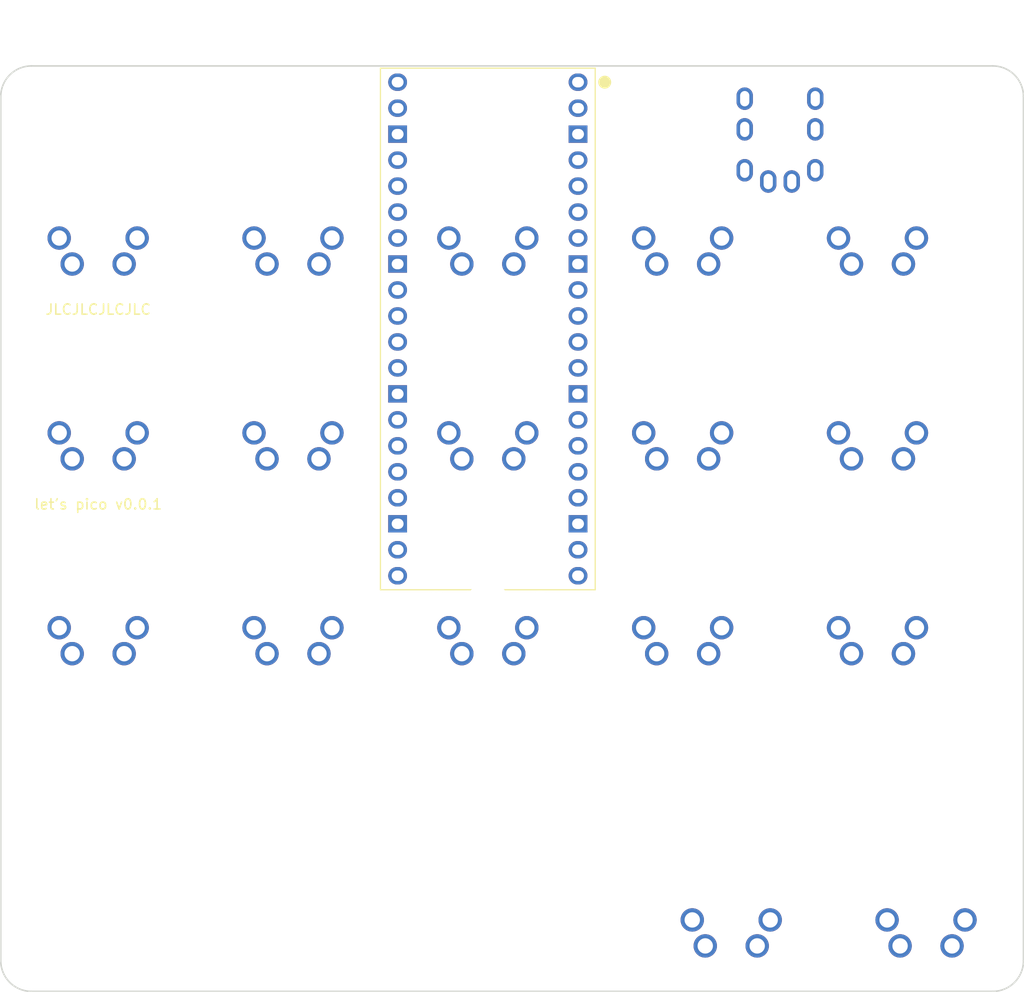
<source format=kicad_pcb>

            
(kicad_pcb (version 20171130) (host pcbnew 5.1.6)

  (page A3)
  (title_block
    (title lets_pico_mx)
    (rev v1.0.0)
    (company Unknown)
  )

  (general
    (thickness 1.6)
  )

  (layers
    (0 F.Cu signal)
    (31 B.Cu signal)
    (32 B.Adhes user)
    (33 F.Adhes user)
    (34 B.Paste user)
    (35 F.Paste user)
    (36 B.SilkS user)
    (37 F.SilkS user)
    (38 B.Mask user)
    (39 F.Mask user)
    (40 Dwgs.User user)
    (41 Cmts.User user)
    (42 Eco1.User user)
    (43 Eco2.User user)
    (44 Edge.Cuts user)
    (45 Margin user)
    (46 B.CrtYd user)
    (47 F.CrtYd user)
    (48 B.Fab user)
    (49 F.Fab user)
  )

  (setup
    (last_trace_width 0.25)
    (trace_clearance 0.2)
    (zone_clearance 0.508)
    (zone_45_only no)
    (trace_min 0.2)
    (via_size 0.8)
    (via_drill 0.4)
    (via_min_size 0.4)
    (via_min_drill 0.3)
    (uvia_size 0.3)
    (uvia_drill 0.1)
    (uvias_allowed no)
    (uvia_min_size 0.2)
    (uvia_min_drill 0.1)
    (edge_width 0.05)
    (segment_width 0.2)
    (pcb_text_width 0.3)
    (pcb_text_size 1.5 1.5)
    (mod_edge_width 0.12)
    (mod_text_size 1 1)
    (mod_text_width 0.15)
    (pad_size 1.524 1.524)
    (pad_drill 0.762)
    (pad_to_mask_clearance 0.05)
    (aux_axis_origin 0 0)
    (visible_elements FFFFFF7F)
    (pcbplotparams
      (layerselection 0x010fc_ffffffff)
      (usegerberextensions false)
      (usegerberattributes true)
      (usegerberadvancedattributes true)
      (creategerberjobfile true)
      (excludeedgelayer true)
      (linewidth 0.100000)
      (plotframeref false)
      (viasonmask false)
      (mode 1)
      (useauxorigin false)
      (hpglpennumber 1)
      (hpglpenspeed 20)
      (hpglpendiameter 15.000000)
      (psnegative false)
      (psa4output false)
      (plotreference true)
      (plotvalue true)
      (plotinvisibletext false)
      (padsonsilk false)
      (subtractmaskfromsilk false)
      (outputformat 1)
      (mirror false)
      (drillshape 1)
      (scaleselection 1)
      (outputdirectory ""))
  )

            (net 0 "")
(net 1 "matrix_pinky_bottom")
(net 2 "GND")
(net 3 "matrix_pinky_home")
(net 4 "matrix_pinky_top")
(net 5 "matrix_ring_bottom")
(net 6 "matrix_ring_home")
(net 7 "matrix_ring_top")
(net 8 "matrix_middle_bottom")
(net 9 "matrix_middle_home")
(net 10 "matrix_middle_top")
(net 11 "matrix_index_bottom")
(net 12 "matrix_index_home")
(net 13 "matrix_index_top")
(net 14 "matrix_inner_bottom")
(net 15 "matrix_inner_home")
(net 16 "matrix_inner_top")
(net 17 "thumbfan_near_home")
(net 18 "thumbfan_far_home")
(net 19 "GP0")
(net 20 "GP1")
(net 21 "GP2")
(net 22 "GP3")
(net 23 "GP4")
(net 24 "GP5")
(net 25 "GP6")
(net 26 "GP7")
(net 27 "GP8")
(net 28 "GP9")
(net 29 "GP10")
(net 30 "GP11")
(net 31 "GP12")
(net 32 "GP13")
(net 33 "GP14")
(net 34 "GP15")
(net 35 "GP16")
(net 36 "GP17")
(net 37 "GP18")
(net 38 "GP19")
(net 39 "GP20")
(net 40 "GP21")
(net 41 "GP22")
(net 42 "RUN")
(net 43 "GP26")
(net 44 "GP27")
(net 45 "AGND")
(net 46 "GP28")
(net 47 "ADC_VREF")
(net 48 "3V3")
(net 49 "3V3_EN")
(net 50 "VSYS")
(net 51 "VBUS")
            
  (net_class Default "This is the default net class."
    (clearance 0.2)
    (trace_width 0.25)
    (via_dia 0.8)
    (via_drill 0.4)
    (uvia_dia 0.3)
    (uvia_drill 0.1)
    (add_net "")
(add_net "matrix_pinky_bottom")
(add_net "GND")
(add_net "matrix_pinky_home")
(add_net "matrix_pinky_top")
(add_net "matrix_ring_bottom")
(add_net "matrix_ring_home")
(add_net "matrix_ring_top")
(add_net "matrix_middle_bottom")
(add_net "matrix_middle_home")
(add_net "matrix_middle_top")
(add_net "matrix_index_bottom")
(add_net "matrix_index_home")
(add_net "matrix_index_top")
(add_net "matrix_inner_bottom")
(add_net "matrix_inner_home")
(add_net "matrix_inner_top")
(add_net "thumbfan_near_home")
(add_net "thumbfan_far_home")
(add_net "GP0")
(add_net "GP1")
(add_net "GP2")
(add_net "GP3")
(add_net "GP4")
(add_net "GP5")
(add_net "GP6")
(add_net "GP7")
(add_net "GP8")
(add_net "GP9")
(add_net "GP10")
(add_net "GP11")
(add_net "GP12")
(add_net "GP13")
(add_net "GP14")
(add_net "GP15")
(add_net "GP16")
(add_net "GP17")
(add_net "GP18")
(add_net "GP19")
(add_net "GP20")
(add_net "GP21")
(add_net "GP22")
(add_net "RUN")
(add_net "GP26")
(add_net "GP27")
(add_net "AGND")
(add_net "GP28")
(add_net "ADC_VREF")
(add_net "3V3")
(add_net "3V3_EN")
(add_net "VSYS")
(add_net "VBUS")
  )

            
        
      (module MX (layer F.Cu) (tedit 5DD4F656)
      (at 152.4 152.4 180)

      
      (fp_text reference "S1" (at 0 0) (layer F.SilkS) hide (effects (font (size 1.27 1.27) (thickness 0.15))))
      (fp_text value "" (at 0 0) (layer F.SilkS) hide (effects (font (size 1.27 1.27) (thickness 0.15))))

      
      (fp_line (start -7 -6) (end -7 -7) (layer Dwgs.User) (width 0.15))
      (fp_line (start -7 7) (end -6 7) (layer Dwgs.User) (width 0.15))
      (fp_line (start -6 -7) (end -7 -7) (layer Dwgs.User) (width 0.15))
      (fp_line (start -7 7) (end -7 6) (layer Dwgs.User) (width 0.15))
      (fp_line (start 7 6) (end 7 7) (layer Dwgs.User) (width 0.15))
      (fp_line (start 7 -7) (end 6 -7) (layer Dwgs.User) (width 0.15))
      (fp_line (start 6 7) (end 7 7) (layer Dwgs.User) (width 0.15))
      (fp_line (start 7 -7) (end 7 -6) (layer Dwgs.User) (width 0.15))
    
      
      (pad "" np_thru_hole circle (at 0 0) (size 3.9878 3.9878) (drill 3.9878) (layers *.Cu *.Mask))

      
      (pad "" np_thru_hole circle (at 5.08 0) (size 1.7018 1.7018) (drill 1.7018) (layers *.Cu *.Mask))
      (pad "" np_thru_hole circle (at -5.08 0) (size 1.7018 1.7018) (drill 1.7018) (layers *.Cu *.Mask))
      
        
      
      (fp_line (start -9.5 -9.5) (end 9.5 -9.5) (layer Dwgs.User) (width 0.15))
      (fp_line (start 9.5 -9.5) (end 9.5 9.5) (layer Dwgs.User) (width 0.15))
      (fp_line (start 9.5 9.5) (end -9.5 9.5) (layer Dwgs.User) (width 0.15))
      (fp_line (start -9.5 9.5) (end -9.5 -9.5) (layer Dwgs.User) (width 0.15))
      
        
            
            (pad 1 thru_hole circle (at 2.54 -5.08) (size 2.286 2.286) (drill 1.4986) (layers *.Cu *.Mask) (net 1 "matrix_pinky_bottom"))
            (pad 2 thru_hole circle (at -3.81 -2.54) (size 2.286 2.286) (drill 1.4986) (layers *.Cu *.Mask) (net 2 "GND"))
          
        
            
            (pad 1 thru_hole circle (at -2.54 -5.08) (size 2.286 2.286) (drill 1.4986) (layers *.Cu *.Mask) (net 1 "matrix_pinky_bottom"))
            (pad 2 thru_hole circle (at 3.81 -2.54) (size 2.286 2.286) (drill 1.4986) (layers *.Cu *.Mask) (net 2 "GND"))
          )
        

        
      (module MX (layer F.Cu) (tedit 5DD4F656)
      (at 152.4 133.35 180)

      
      (fp_text reference "S2" (at 0 0) (layer F.SilkS) hide (effects (font (size 1.27 1.27) (thickness 0.15))))
      (fp_text value "" (at 0 0) (layer F.SilkS) hide (effects (font (size 1.27 1.27) (thickness 0.15))))

      
      (fp_line (start -7 -6) (end -7 -7) (layer Dwgs.User) (width 0.15))
      (fp_line (start -7 7) (end -6 7) (layer Dwgs.User) (width 0.15))
      (fp_line (start -6 -7) (end -7 -7) (layer Dwgs.User) (width 0.15))
      (fp_line (start -7 7) (end -7 6) (layer Dwgs.User) (width 0.15))
      (fp_line (start 7 6) (end 7 7) (layer Dwgs.User) (width 0.15))
      (fp_line (start 7 -7) (end 6 -7) (layer Dwgs.User) (width 0.15))
      (fp_line (start 6 7) (end 7 7) (layer Dwgs.User) (width 0.15))
      (fp_line (start 7 -7) (end 7 -6) (layer Dwgs.User) (width 0.15))
    
      
      (pad "" np_thru_hole circle (at 0 0) (size 3.9878 3.9878) (drill 3.9878) (layers *.Cu *.Mask))

      
      (pad "" np_thru_hole circle (at 5.08 0) (size 1.7018 1.7018) (drill 1.7018) (layers *.Cu *.Mask))
      (pad "" np_thru_hole circle (at -5.08 0) (size 1.7018 1.7018) (drill 1.7018) (layers *.Cu *.Mask))
      
        
      
      (fp_line (start -9.5 -9.5) (end 9.5 -9.5) (layer Dwgs.User) (width 0.15))
      (fp_line (start 9.5 -9.5) (end 9.5 9.5) (layer Dwgs.User) (width 0.15))
      (fp_line (start 9.5 9.5) (end -9.5 9.5) (layer Dwgs.User) (width 0.15))
      (fp_line (start -9.5 9.5) (end -9.5 -9.5) (layer Dwgs.User) (width 0.15))
      
        
            
            (pad 1 thru_hole circle (at 2.54 -5.08) (size 2.286 2.286) (drill 1.4986) (layers *.Cu *.Mask) (net 3 "matrix_pinky_home"))
            (pad 2 thru_hole circle (at -3.81 -2.54) (size 2.286 2.286) (drill 1.4986) (layers *.Cu *.Mask) (net 2 "GND"))
          
        
            
            (pad 1 thru_hole circle (at -2.54 -5.08) (size 2.286 2.286) (drill 1.4986) (layers *.Cu *.Mask) (net 3 "matrix_pinky_home"))
            (pad 2 thru_hole circle (at 3.81 -2.54) (size 2.286 2.286) (drill 1.4986) (layers *.Cu *.Mask) (net 2 "GND"))
          )
        

        
      (module MX (layer F.Cu) (tedit 5DD4F656)
      (at 152.4 114.3 180)

      
      (fp_text reference "S3" (at 0 0) (layer F.SilkS) hide (effects (font (size 1.27 1.27) (thickness 0.15))))
      (fp_text value "" (at 0 0) (layer F.SilkS) hide (effects (font (size 1.27 1.27) (thickness 0.15))))

      
      (fp_line (start -7 -6) (end -7 -7) (layer Dwgs.User) (width 0.15))
      (fp_line (start -7 7) (end -6 7) (layer Dwgs.User) (width 0.15))
      (fp_line (start -6 -7) (end -7 -7) (layer Dwgs.User) (width 0.15))
      (fp_line (start -7 7) (end -7 6) (layer Dwgs.User) (width 0.15))
      (fp_line (start 7 6) (end 7 7) (layer Dwgs.User) (width 0.15))
      (fp_line (start 7 -7) (end 6 -7) (layer Dwgs.User) (width 0.15))
      (fp_line (start 6 7) (end 7 7) (layer Dwgs.User) (width 0.15))
      (fp_line (start 7 -7) (end 7 -6) (layer Dwgs.User) (width 0.15))
    
      
      (pad "" np_thru_hole circle (at 0 0) (size 3.9878 3.9878) (drill 3.9878) (layers *.Cu *.Mask))

      
      (pad "" np_thru_hole circle (at 5.08 0) (size 1.7018 1.7018) (drill 1.7018) (layers *.Cu *.Mask))
      (pad "" np_thru_hole circle (at -5.08 0) (size 1.7018 1.7018) (drill 1.7018) (layers *.Cu *.Mask))
      
        
      
      (fp_line (start -9.5 -9.5) (end 9.5 -9.5) (layer Dwgs.User) (width 0.15))
      (fp_line (start 9.5 -9.5) (end 9.5 9.5) (layer Dwgs.User) (width 0.15))
      (fp_line (start 9.5 9.5) (end -9.5 9.5) (layer Dwgs.User) (width 0.15))
      (fp_line (start -9.5 9.5) (end -9.5 -9.5) (layer Dwgs.User) (width 0.15))
      
        
            
            (pad 1 thru_hole circle (at 2.54 -5.08) (size 2.286 2.286) (drill 1.4986) (layers *.Cu *.Mask) (net 4 "matrix_pinky_top"))
            (pad 2 thru_hole circle (at -3.81 -2.54) (size 2.286 2.286) (drill 1.4986) (layers *.Cu *.Mask) (net 2 "GND"))
          
        
            
            (pad 1 thru_hole circle (at -2.54 -5.08) (size 2.286 2.286) (drill 1.4986) (layers *.Cu *.Mask) (net 4 "matrix_pinky_top"))
            (pad 2 thru_hole circle (at 3.81 -2.54) (size 2.286 2.286) (drill 1.4986) (layers *.Cu *.Mask) (net 2 "GND"))
          )
        

        
      (module MX (layer F.Cu) (tedit 5DD4F656)
      (at 171.45000000000002 152.4 180)

      
      (fp_text reference "S4" (at 0 0) (layer F.SilkS) hide (effects (font (size 1.27 1.27) (thickness 0.15))))
      (fp_text value "" (at 0 0) (layer F.SilkS) hide (effects (font (size 1.27 1.27) (thickness 0.15))))

      
      (fp_line (start -7 -6) (end -7 -7) (layer Dwgs.User) (width 0.15))
      (fp_line (start -7 7) (end -6 7) (layer Dwgs.User) (width 0.15))
      (fp_line (start -6 -7) (end -7 -7) (layer Dwgs.User) (width 0.15))
      (fp_line (start -7 7) (end -7 6) (layer Dwgs.User) (width 0.15))
      (fp_line (start 7 6) (end 7 7) (layer Dwgs.User) (width 0.15))
      (fp_line (start 7 -7) (end 6 -7) (layer Dwgs.User) (width 0.15))
      (fp_line (start 6 7) (end 7 7) (layer Dwgs.User) (width 0.15))
      (fp_line (start 7 -7) (end 7 -6) (layer Dwgs.User) (width 0.15))
    
      
      (pad "" np_thru_hole circle (at 0 0) (size 3.9878 3.9878) (drill 3.9878) (layers *.Cu *.Mask))

      
      (pad "" np_thru_hole circle (at 5.08 0) (size 1.7018 1.7018) (drill 1.7018) (layers *.Cu *.Mask))
      (pad "" np_thru_hole circle (at -5.08 0) (size 1.7018 1.7018) (drill 1.7018) (layers *.Cu *.Mask))
      
        
      
      (fp_line (start -9.5 -9.5) (end 9.5 -9.5) (layer Dwgs.User) (width 0.15))
      (fp_line (start 9.5 -9.5) (end 9.5 9.5) (layer Dwgs.User) (width 0.15))
      (fp_line (start 9.5 9.5) (end -9.5 9.5) (layer Dwgs.User) (width 0.15))
      (fp_line (start -9.5 9.5) (end -9.5 -9.5) (layer Dwgs.User) (width 0.15))
      
        
            
            (pad 1 thru_hole circle (at 2.54 -5.08) (size 2.286 2.286) (drill 1.4986) (layers *.Cu *.Mask) (net 5 "matrix_ring_bottom"))
            (pad 2 thru_hole circle (at -3.81 -2.54) (size 2.286 2.286) (drill 1.4986) (layers *.Cu *.Mask) (net 2 "GND"))
          
        
            
            (pad 1 thru_hole circle (at -2.54 -5.08) (size 2.286 2.286) (drill 1.4986) (layers *.Cu *.Mask) (net 5 "matrix_ring_bottom"))
            (pad 2 thru_hole circle (at 3.81 -2.54) (size 2.286 2.286) (drill 1.4986) (layers *.Cu *.Mask) (net 2 "GND"))
          )
        

        
      (module MX (layer F.Cu) (tedit 5DD4F656)
      (at 171.45000000000002 133.35 180)

      
      (fp_text reference "S5" (at 0 0) (layer F.SilkS) hide (effects (font (size 1.27 1.27) (thickness 0.15))))
      (fp_text value "" (at 0 0) (layer F.SilkS) hide (effects (font (size 1.27 1.27) (thickness 0.15))))

      
      (fp_line (start -7 -6) (end -7 -7) (layer Dwgs.User) (width 0.15))
      (fp_line (start -7 7) (end -6 7) (layer Dwgs.User) (width 0.15))
      (fp_line (start -6 -7) (end -7 -7) (layer Dwgs.User) (width 0.15))
      (fp_line (start -7 7) (end -7 6) (layer Dwgs.User) (width 0.15))
      (fp_line (start 7 6) (end 7 7) (layer Dwgs.User) (width 0.15))
      (fp_line (start 7 -7) (end 6 -7) (layer Dwgs.User) (width 0.15))
      (fp_line (start 6 7) (end 7 7) (layer Dwgs.User) (width 0.15))
      (fp_line (start 7 -7) (end 7 -6) (layer Dwgs.User) (width 0.15))
    
      
      (pad "" np_thru_hole circle (at 0 0) (size 3.9878 3.9878) (drill 3.9878) (layers *.Cu *.Mask))

      
      (pad "" np_thru_hole circle (at 5.08 0) (size 1.7018 1.7018) (drill 1.7018) (layers *.Cu *.Mask))
      (pad "" np_thru_hole circle (at -5.08 0) (size 1.7018 1.7018) (drill 1.7018) (layers *.Cu *.Mask))
      
        
      
      (fp_line (start -9.5 -9.5) (end 9.5 -9.5) (layer Dwgs.User) (width 0.15))
      (fp_line (start 9.5 -9.5) (end 9.5 9.5) (layer Dwgs.User) (width 0.15))
      (fp_line (start 9.5 9.5) (end -9.5 9.5) (layer Dwgs.User) (width 0.15))
      (fp_line (start -9.5 9.5) (end -9.5 -9.5) (layer Dwgs.User) (width 0.15))
      
        
            
            (pad 1 thru_hole circle (at 2.54 -5.08) (size 2.286 2.286) (drill 1.4986) (layers *.Cu *.Mask) (net 6 "matrix_ring_home"))
            (pad 2 thru_hole circle (at -3.81 -2.54) (size 2.286 2.286) (drill 1.4986) (layers *.Cu *.Mask) (net 2 "GND"))
          
        
            
            (pad 1 thru_hole circle (at -2.54 -5.08) (size 2.286 2.286) (drill 1.4986) (layers *.Cu *.Mask) (net 6 "matrix_ring_home"))
            (pad 2 thru_hole circle (at 3.81 -2.54) (size 2.286 2.286) (drill 1.4986) (layers *.Cu *.Mask) (net 2 "GND"))
          )
        

        
      (module MX (layer F.Cu) (tedit 5DD4F656)
      (at 171.45000000000002 114.3 180)

      
      (fp_text reference "S6" (at 0 0) (layer F.SilkS) hide (effects (font (size 1.27 1.27) (thickness 0.15))))
      (fp_text value "" (at 0 0) (layer F.SilkS) hide (effects (font (size 1.27 1.27) (thickness 0.15))))

      
      (fp_line (start -7 -6) (end -7 -7) (layer Dwgs.User) (width 0.15))
      (fp_line (start -7 7) (end -6 7) (layer Dwgs.User) (width 0.15))
      (fp_line (start -6 -7) (end -7 -7) (layer Dwgs.User) (width 0.15))
      (fp_line (start -7 7) (end -7 6) (layer Dwgs.User) (width 0.15))
      (fp_line (start 7 6) (end 7 7) (layer Dwgs.User) (width 0.15))
      (fp_line (start 7 -7) (end 6 -7) (layer Dwgs.User) (width 0.15))
      (fp_line (start 6 7) (end 7 7) (layer Dwgs.User) (width 0.15))
      (fp_line (start 7 -7) (end 7 -6) (layer Dwgs.User) (width 0.15))
    
      
      (pad "" np_thru_hole circle (at 0 0) (size 3.9878 3.9878) (drill 3.9878) (layers *.Cu *.Mask))

      
      (pad "" np_thru_hole circle (at 5.08 0) (size 1.7018 1.7018) (drill 1.7018) (layers *.Cu *.Mask))
      (pad "" np_thru_hole circle (at -5.08 0) (size 1.7018 1.7018) (drill 1.7018) (layers *.Cu *.Mask))
      
        
      
      (fp_line (start -9.5 -9.5) (end 9.5 -9.5) (layer Dwgs.User) (width 0.15))
      (fp_line (start 9.5 -9.5) (end 9.5 9.5) (layer Dwgs.User) (width 0.15))
      (fp_line (start 9.5 9.5) (end -9.5 9.5) (layer Dwgs.User) (width 0.15))
      (fp_line (start -9.5 9.5) (end -9.5 -9.5) (layer Dwgs.User) (width 0.15))
      
        
            
            (pad 1 thru_hole circle (at 2.54 -5.08) (size 2.286 2.286) (drill 1.4986) (layers *.Cu *.Mask) (net 7 "matrix_ring_top"))
            (pad 2 thru_hole circle (at -3.81 -2.54) (size 2.286 2.286) (drill 1.4986) (layers *.Cu *.Mask) (net 2 "GND"))
          
        
            
            (pad 1 thru_hole circle (at -2.54 -5.08) (size 2.286 2.286) (drill 1.4986) (layers *.Cu *.Mask) (net 7 "matrix_ring_top"))
            (pad 2 thru_hole circle (at 3.81 -2.54) (size 2.286 2.286) (drill 1.4986) (layers *.Cu *.Mask) (net 2 "GND"))
          )
        

        
      (module MX (layer F.Cu) (tedit 5DD4F656)
      (at 190.5 152.4 180)

      
      (fp_text reference "S7" (at 0 0) (layer F.SilkS) hide (effects (font (size 1.27 1.27) (thickness 0.15))))
      (fp_text value "" (at 0 0) (layer F.SilkS) hide (effects (font (size 1.27 1.27) (thickness 0.15))))

      
      (fp_line (start -7 -6) (end -7 -7) (layer Dwgs.User) (width 0.15))
      (fp_line (start -7 7) (end -6 7) (layer Dwgs.User) (width 0.15))
      (fp_line (start -6 -7) (end -7 -7) (layer Dwgs.User) (width 0.15))
      (fp_line (start -7 7) (end -7 6) (layer Dwgs.User) (width 0.15))
      (fp_line (start 7 6) (end 7 7) (layer Dwgs.User) (width 0.15))
      (fp_line (start 7 -7) (end 6 -7) (layer Dwgs.User) (width 0.15))
      (fp_line (start 6 7) (end 7 7) (layer Dwgs.User) (width 0.15))
      (fp_line (start 7 -7) (end 7 -6) (layer Dwgs.User) (width 0.15))
    
      
      (pad "" np_thru_hole circle (at 0 0) (size 3.9878 3.9878) (drill 3.9878) (layers *.Cu *.Mask))

      
      (pad "" np_thru_hole circle (at 5.08 0) (size 1.7018 1.7018) (drill 1.7018) (layers *.Cu *.Mask))
      (pad "" np_thru_hole circle (at -5.08 0) (size 1.7018 1.7018) (drill 1.7018) (layers *.Cu *.Mask))
      
        
      
      (fp_line (start -9.5 -9.5) (end 9.5 -9.5) (layer Dwgs.User) (width 0.15))
      (fp_line (start 9.5 -9.5) (end 9.5 9.5) (layer Dwgs.User) (width 0.15))
      (fp_line (start 9.5 9.5) (end -9.5 9.5) (layer Dwgs.User) (width 0.15))
      (fp_line (start -9.5 9.5) (end -9.5 -9.5) (layer Dwgs.User) (width 0.15))
      
        
            
            (pad 1 thru_hole circle (at 2.54 -5.08) (size 2.286 2.286) (drill 1.4986) (layers *.Cu *.Mask) (net 8 "matrix_middle_bottom"))
            (pad 2 thru_hole circle (at -3.81 -2.54) (size 2.286 2.286) (drill 1.4986) (layers *.Cu *.Mask) (net 2 "GND"))
          
        
            
            (pad 1 thru_hole circle (at -2.54 -5.08) (size 2.286 2.286) (drill 1.4986) (layers *.Cu *.Mask) (net 8 "matrix_middle_bottom"))
            (pad 2 thru_hole circle (at 3.81 -2.54) (size 2.286 2.286) (drill 1.4986) (layers *.Cu *.Mask) (net 2 "GND"))
          )
        

        
      (module MX (layer F.Cu) (tedit 5DD4F656)
      (at 190.5 133.35 180)

      
      (fp_text reference "S8" (at 0 0) (layer F.SilkS) hide (effects (font (size 1.27 1.27) (thickness 0.15))))
      (fp_text value "" (at 0 0) (layer F.SilkS) hide (effects (font (size 1.27 1.27) (thickness 0.15))))

      
      (fp_line (start -7 -6) (end -7 -7) (layer Dwgs.User) (width 0.15))
      (fp_line (start -7 7) (end -6 7) (layer Dwgs.User) (width 0.15))
      (fp_line (start -6 -7) (end -7 -7) (layer Dwgs.User) (width 0.15))
      (fp_line (start -7 7) (end -7 6) (layer Dwgs.User) (width 0.15))
      (fp_line (start 7 6) (end 7 7) (layer Dwgs.User) (width 0.15))
      (fp_line (start 7 -7) (end 6 -7) (layer Dwgs.User) (width 0.15))
      (fp_line (start 6 7) (end 7 7) (layer Dwgs.User) (width 0.15))
      (fp_line (start 7 -7) (end 7 -6) (layer Dwgs.User) (width 0.15))
    
      
      (pad "" np_thru_hole circle (at 0 0) (size 3.9878 3.9878) (drill 3.9878) (layers *.Cu *.Mask))

      
      (pad "" np_thru_hole circle (at 5.08 0) (size 1.7018 1.7018) (drill 1.7018) (layers *.Cu *.Mask))
      (pad "" np_thru_hole circle (at -5.08 0) (size 1.7018 1.7018) (drill 1.7018) (layers *.Cu *.Mask))
      
        
      
      (fp_line (start -9.5 -9.5) (end 9.5 -9.5) (layer Dwgs.User) (width 0.15))
      (fp_line (start 9.5 -9.5) (end 9.5 9.5) (layer Dwgs.User) (width 0.15))
      (fp_line (start 9.5 9.5) (end -9.5 9.5) (layer Dwgs.User) (width 0.15))
      (fp_line (start -9.5 9.5) (end -9.5 -9.5) (layer Dwgs.User) (width 0.15))
      
        
            
            (pad 1 thru_hole circle (at 2.54 -5.08) (size 2.286 2.286) (drill 1.4986) (layers *.Cu *.Mask) (net 9 "matrix_middle_home"))
            (pad 2 thru_hole circle (at -3.81 -2.54) (size 2.286 2.286) (drill 1.4986) (layers *.Cu *.Mask) (net 2 "GND"))
          
        
            
            (pad 1 thru_hole circle (at -2.54 -5.08) (size 2.286 2.286) (drill 1.4986) (layers *.Cu *.Mask) (net 9 "matrix_middle_home"))
            (pad 2 thru_hole circle (at 3.81 -2.54) (size 2.286 2.286) (drill 1.4986) (layers *.Cu *.Mask) (net 2 "GND"))
          )
        

        
      (module MX (layer F.Cu) (tedit 5DD4F656)
      (at 190.5 114.3 180)

      
      (fp_text reference "S9" (at 0 0) (layer F.SilkS) hide (effects (font (size 1.27 1.27) (thickness 0.15))))
      (fp_text value "" (at 0 0) (layer F.SilkS) hide (effects (font (size 1.27 1.27) (thickness 0.15))))

      
      (fp_line (start -7 -6) (end -7 -7) (layer Dwgs.User) (width 0.15))
      (fp_line (start -7 7) (end -6 7) (layer Dwgs.User) (width 0.15))
      (fp_line (start -6 -7) (end -7 -7) (layer Dwgs.User) (width 0.15))
      (fp_line (start -7 7) (end -7 6) (layer Dwgs.User) (width 0.15))
      (fp_line (start 7 6) (end 7 7) (layer Dwgs.User) (width 0.15))
      (fp_line (start 7 -7) (end 6 -7) (layer Dwgs.User) (width 0.15))
      (fp_line (start 6 7) (end 7 7) (layer Dwgs.User) (width 0.15))
      (fp_line (start 7 -7) (end 7 -6) (layer Dwgs.User) (width 0.15))
    
      
      (pad "" np_thru_hole circle (at 0 0) (size 3.9878 3.9878) (drill 3.9878) (layers *.Cu *.Mask))

      
      (pad "" np_thru_hole circle (at 5.08 0) (size 1.7018 1.7018) (drill 1.7018) (layers *.Cu *.Mask))
      (pad "" np_thru_hole circle (at -5.08 0) (size 1.7018 1.7018) (drill 1.7018) (layers *.Cu *.Mask))
      
        
      
      (fp_line (start -9.5 -9.5) (end 9.5 -9.5) (layer Dwgs.User) (width 0.15))
      (fp_line (start 9.5 -9.5) (end 9.5 9.5) (layer Dwgs.User) (width 0.15))
      (fp_line (start 9.5 9.5) (end -9.5 9.5) (layer Dwgs.User) (width 0.15))
      (fp_line (start -9.5 9.5) (end -9.5 -9.5) (layer Dwgs.User) (width 0.15))
      
        
            
            (pad 1 thru_hole circle (at 2.54 -5.08) (size 2.286 2.286) (drill 1.4986) (layers *.Cu *.Mask) (net 10 "matrix_middle_top"))
            (pad 2 thru_hole circle (at -3.81 -2.54) (size 2.286 2.286) (drill 1.4986) (layers *.Cu *.Mask) (net 2 "GND"))
          
        
            
            (pad 1 thru_hole circle (at -2.54 -5.08) (size 2.286 2.286) (drill 1.4986) (layers *.Cu *.Mask) (net 10 "matrix_middle_top"))
            (pad 2 thru_hole circle (at 3.81 -2.54) (size 2.286 2.286) (drill 1.4986) (layers *.Cu *.Mask) (net 2 "GND"))
          )
        

        
      (module MX (layer F.Cu) (tedit 5DD4F656)
      (at 209.55 152.4 180)

      
      (fp_text reference "S10" (at 0 0) (layer F.SilkS) hide (effects (font (size 1.27 1.27) (thickness 0.15))))
      (fp_text value "" (at 0 0) (layer F.SilkS) hide (effects (font (size 1.27 1.27) (thickness 0.15))))

      
      (fp_line (start -7 -6) (end -7 -7) (layer Dwgs.User) (width 0.15))
      (fp_line (start -7 7) (end -6 7) (layer Dwgs.User) (width 0.15))
      (fp_line (start -6 -7) (end -7 -7) (layer Dwgs.User) (width 0.15))
      (fp_line (start -7 7) (end -7 6) (layer Dwgs.User) (width 0.15))
      (fp_line (start 7 6) (end 7 7) (layer Dwgs.User) (width 0.15))
      (fp_line (start 7 -7) (end 6 -7) (layer Dwgs.User) (width 0.15))
      (fp_line (start 6 7) (end 7 7) (layer Dwgs.User) (width 0.15))
      (fp_line (start 7 -7) (end 7 -6) (layer Dwgs.User) (width 0.15))
    
      
      (pad "" np_thru_hole circle (at 0 0) (size 3.9878 3.9878) (drill 3.9878) (layers *.Cu *.Mask))

      
      (pad "" np_thru_hole circle (at 5.08 0) (size 1.7018 1.7018) (drill 1.7018) (layers *.Cu *.Mask))
      (pad "" np_thru_hole circle (at -5.08 0) (size 1.7018 1.7018) (drill 1.7018) (layers *.Cu *.Mask))
      
        
      
      (fp_line (start -9.5 -9.5) (end 9.5 -9.5) (layer Dwgs.User) (width 0.15))
      (fp_line (start 9.5 -9.5) (end 9.5 9.5) (layer Dwgs.User) (width 0.15))
      (fp_line (start 9.5 9.5) (end -9.5 9.5) (layer Dwgs.User) (width 0.15))
      (fp_line (start -9.5 9.5) (end -9.5 -9.5) (layer Dwgs.User) (width 0.15))
      
        
            
            (pad 1 thru_hole circle (at 2.54 -5.08) (size 2.286 2.286) (drill 1.4986) (layers *.Cu *.Mask) (net 11 "matrix_index_bottom"))
            (pad 2 thru_hole circle (at -3.81 -2.54) (size 2.286 2.286) (drill 1.4986) (layers *.Cu *.Mask) (net 2 "GND"))
          
        
            
            (pad 1 thru_hole circle (at -2.54 -5.08) (size 2.286 2.286) (drill 1.4986) (layers *.Cu *.Mask) (net 11 "matrix_index_bottom"))
            (pad 2 thru_hole circle (at 3.81 -2.54) (size 2.286 2.286) (drill 1.4986) (layers *.Cu *.Mask) (net 2 "GND"))
          )
        

        
      (module MX (layer F.Cu) (tedit 5DD4F656)
      (at 209.55 133.35 180)

      
      (fp_text reference "S11" (at 0 0) (layer F.SilkS) hide (effects (font (size 1.27 1.27) (thickness 0.15))))
      (fp_text value "" (at 0 0) (layer F.SilkS) hide (effects (font (size 1.27 1.27) (thickness 0.15))))

      
      (fp_line (start -7 -6) (end -7 -7) (layer Dwgs.User) (width 0.15))
      (fp_line (start -7 7) (end -6 7) (layer Dwgs.User) (width 0.15))
      (fp_line (start -6 -7) (end -7 -7) (layer Dwgs.User) (width 0.15))
      (fp_line (start -7 7) (end -7 6) (layer Dwgs.User) (width 0.15))
      (fp_line (start 7 6) (end 7 7) (layer Dwgs.User) (width 0.15))
      (fp_line (start 7 -7) (end 6 -7) (layer Dwgs.User) (width 0.15))
      (fp_line (start 6 7) (end 7 7) (layer Dwgs.User) (width 0.15))
      (fp_line (start 7 -7) (end 7 -6) (layer Dwgs.User) (width 0.15))
    
      
      (pad "" np_thru_hole circle (at 0 0) (size 3.9878 3.9878) (drill 3.9878) (layers *.Cu *.Mask))

      
      (pad "" np_thru_hole circle (at 5.08 0) (size 1.7018 1.7018) (drill 1.7018) (layers *.Cu *.Mask))
      (pad "" np_thru_hole circle (at -5.08 0) (size 1.7018 1.7018) (drill 1.7018) (layers *.Cu *.Mask))
      
        
      
      (fp_line (start -9.5 -9.5) (end 9.5 -9.5) (layer Dwgs.User) (width 0.15))
      (fp_line (start 9.5 -9.5) (end 9.5 9.5) (layer Dwgs.User) (width 0.15))
      (fp_line (start 9.5 9.5) (end -9.5 9.5) (layer Dwgs.User) (width 0.15))
      (fp_line (start -9.5 9.5) (end -9.5 -9.5) (layer Dwgs.User) (width 0.15))
      
        
            
            (pad 1 thru_hole circle (at 2.54 -5.08) (size 2.286 2.286) (drill 1.4986) (layers *.Cu *.Mask) (net 12 "matrix_index_home"))
            (pad 2 thru_hole circle (at -3.81 -2.54) (size 2.286 2.286) (drill 1.4986) (layers *.Cu *.Mask) (net 2 "GND"))
          
        
            
            (pad 1 thru_hole circle (at -2.54 -5.08) (size 2.286 2.286) (drill 1.4986) (layers *.Cu *.Mask) (net 12 "matrix_index_home"))
            (pad 2 thru_hole circle (at 3.81 -2.54) (size 2.286 2.286) (drill 1.4986) (layers *.Cu *.Mask) (net 2 "GND"))
          )
        

        
      (module MX (layer F.Cu) (tedit 5DD4F656)
      (at 209.55 114.3 180)

      
      (fp_text reference "S12" (at 0 0) (layer F.SilkS) hide (effects (font (size 1.27 1.27) (thickness 0.15))))
      (fp_text value "" (at 0 0) (layer F.SilkS) hide (effects (font (size 1.27 1.27) (thickness 0.15))))

      
      (fp_line (start -7 -6) (end -7 -7) (layer Dwgs.User) (width 0.15))
      (fp_line (start -7 7) (end -6 7) (layer Dwgs.User) (width 0.15))
      (fp_line (start -6 -7) (end -7 -7) (layer Dwgs.User) (width 0.15))
      (fp_line (start -7 7) (end -7 6) (layer Dwgs.User) (width 0.15))
      (fp_line (start 7 6) (end 7 7) (layer Dwgs.User) (width 0.15))
      (fp_line (start 7 -7) (end 6 -7) (layer Dwgs.User) (width 0.15))
      (fp_line (start 6 7) (end 7 7) (layer Dwgs.User) (width 0.15))
      (fp_line (start 7 -7) (end 7 -6) (layer Dwgs.User) (width 0.15))
    
      
      (pad "" np_thru_hole circle (at 0 0) (size 3.9878 3.9878) (drill 3.9878) (layers *.Cu *.Mask))

      
      (pad "" np_thru_hole circle (at 5.08 0) (size 1.7018 1.7018) (drill 1.7018) (layers *.Cu *.Mask))
      (pad "" np_thru_hole circle (at -5.08 0) (size 1.7018 1.7018) (drill 1.7018) (layers *.Cu *.Mask))
      
        
      
      (fp_line (start -9.5 -9.5) (end 9.5 -9.5) (layer Dwgs.User) (width 0.15))
      (fp_line (start 9.5 -9.5) (end 9.5 9.5) (layer Dwgs.User) (width 0.15))
      (fp_line (start 9.5 9.5) (end -9.5 9.5) (layer Dwgs.User) (width 0.15))
      (fp_line (start -9.5 9.5) (end -9.5 -9.5) (layer Dwgs.User) (width 0.15))
      
        
            
            (pad 1 thru_hole circle (at 2.54 -5.08) (size 2.286 2.286) (drill 1.4986) (layers *.Cu *.Mask) (net 13 "matrix_index_top"))
            (pad 2 thru_hole circle (at -3.81 -2.54) (size 2.286 2.286) (drill 1.4986) (layers *.Cu *.Mask) (net 2 "GND"))
          
        
            
            (pad 1 thru_hole circle (at -2.54 -5.08) (size 2.286 2.286) (drill 1.4986) (layers *.Cu *.Mask) (net 13 "matrix_index_top"))
            (pad 2 thru_hole circle (at 3.81 -2.54) (size 2.286 2.286) (drill 1.4986) (layers *.Cu *.Mask) (net 2 "GND"))
          )
        

        
      (module MX (layer F.Cu) (tedit 5DD4F656)
      (at 228.60000000000002 152.4 180)

      
      (fp_text reference "S13" (at 0 0) (layer F.SilkS) hide (effects (font (size 1.27 1.27) (thickness 0.15))))
      (fp_text value "" (at 0 0) (layer F.SilkS) hide (effects (font (size 1.27 1.27) (thickness 0.15))))

      
      (fp_line (start -7 -6) (end -7 -7) (layer Dwgs.User) (width 0.15))
      (fp_line (start -7 7) (end -6 7) (layer Dwgs.User) (width 0.15))
      (fp_line (start -6 -7) (end -7 -7) (layer Dwgs.User) (width 0.15))
      (fp_line (start -7 7) (end -7 6) (layer Dwgs.User) (width 0.15))
      (fp_line (start 7 6) (end 7 7) (layer Dwgs.User) (width 0.15))
      (fp_line (start 7 -7) (end 6 -7) (layer Dwgs.User) (width 0.15))
      (fp_line (start 6 7) (end 7 7) (layer Dwgs.User) (width 0.15))
      (fp_line (start 7 -7) (end 7 -6) (layer Dwgs.User) (width 0.15))
    
      
      (pad "" np_thru_hole circle (at 0 0) (size 3.9878 3.9878) (drill 3.9878) (layers *.Cu *.Mask))

      
      (pad "" np_thru_hole circle (at 5.08 0) (size 1.7018 1.7018) (drill 1.7018) (layers *.Cu *.Mask))
      (pad "" np_thru_hole circle (at -5.08 0) (size 1.7018 1.7018) (drill 1.7018) (layers *.Cu *.Mask))
      
        
      
      (fp_line (start -9.5 -9.5) (end 9.5 -9.5) (layer Dwgs.User) (width 0.15))
      (fp_line (start 9.5 -9.5) (end 9.5 9.5) (layer Dwgs.User) (width 0.15))
      (fp_line (start 9.5 9.5) (end -9.5 9.5) (layer Dwgs.User) (width 0.15))
      (fp_line (start -9.5 9.5) (end -9.5 -9.5) (layer Dwgs.User) (width 0.15))
      
        
            
            (pad 1 thru_hole circle (at 2.54 -5.08) (size 2.286 2.286) (drill 1.4986) (layers *.Cu *.Mask) (net 14 "matrix_inner_bottom"))
            (pad 2 thru_hole circle (at -3.81 -2.54) (size 2.286 2.286) (drill 1.4986) (layers *.Cu *.Mask) (net 2 "GND"))
          
        
            
            (pad 1 thru_hole circle (at -2.54 -5.08) (size 2.286 2.286) (drill 1.4986) (layers *.Cu *.Mask) (net 14 "matrix_inner_bottom"))
            (pad 2 thru_hole circle (at 3.81 -2.54) (size 2.286 2.286) (drill 1.4986) (layers *.Cu *.Mask) (net 2 "GND"))
          )
        

        
      (module MX (layer F.Cu) (tedit 5DD4F656)
      (at 228.60000000000002 133.35 180)

      
      (fp_text reference "S14" (at 0 0) (layer F.SilkS) hide (effects (font (size 1.27 1.27) (thickness 0.15))))
      (fp_text value "" (at 0 0) (layer F.SilkS) hide (effects (font (size 1.27 1.27) (thickness 0.15))))

      
      (fp_line (start -7 -6) (end -7 -7) (layer Dwgs.User) (width 0.15))
      (fp_line (start -7 7) (end -6 7) (layer Dwgs.User) (width 0.15))
      (fp_line (start -6 -7) (end -7 -7) (layer Dwgs.User) (width 0.15))
      (fp_line (start -7 7) (end -7 6) (layer Dwgs.User) (width 0.15))
      (fp_line (start 7 6) (end 7 7) (layer Dwgs.User) (width 0.15))
      (fp_line (start 7 -7) (end 6 -7) (layer Dwgs.User) (width 0.15))
      (fp_line (start 6 7) (end 7 7) (layer Dwgs.User) (width 0.15))
      (fp_line (start 7 -7) (end 7 -6) (layer Dwgs.User) (width 0.15))
    
      
      (pad "" np_thru_hole circle (at 0 0) (size 3.9878 3.9878) (drill 3.9878) (layers *.Cu *.Mask))

      
      (pad "" np_thru_hole circle (at 5.08 0) (size 1.7018 1.7018) (drill 1.7018) (layers *.Cu *.Mask))
      (pad "" np_thru_hole circle (at -5.08 0) (size 1.7018 1.7018) (drill 1.7018) (layers *.Cu *.Mask))
      
        
      
      (fp_line (start -9.5 -9.5) (end 9.5 -9.5) (layer Dwgs.User) (width 0.15))
      (fp_line (start 9.5 -9.5) (end 9.5 9.5) (layer Dwgs.User) (width 0.15))
      (fp_line (start 9.5 9.5) (end -9.5 9.5) (layer Dwgs.User) (width 0.15))
      (fp_line (start -9.5 9.5) (end -9.5 -9.5) (layer Dwgs.User) (width 0.15))
      
        
            
            (pad 1 thru_hole circle (at 2.54 -5.08) (size 2.286 2.286) (drill 1.4986) (layers *.Cu *.Mask) (net 15 "matrix_inner_home"))
            (pad 2 thru_hole circle (at -3.81 -2.54) (size 2.286 2.286) (drill 1.4986) (layers *.Cu *.Mask) (net 2 "GND"))
          
        
            
            (pad 1 thru_hole circle (at -2.54 -5.08) (size 2.286 2.286) (drill 1.4986) (layers *.Cu *.Mask) (net 15 "matrix_inner_home"))
            (pad 2 thru_hole circle (at 3.81 -2.54) (size 2.286 2.286) (drill 1.4986) (layers *.Cu *.Mask) (net 2 "GND"))
          )
        

        
      (module MX (layer F.Cu) (tedit 5DD4F656)
      (at 228.60000000000002 114.3 180)

      
      (fp_text reference "S15" (at 0 0) (layer F.SilkS) hide (effects (font (size 1.27 1.27) (thickness 0.15))))
      (fp_text value "" (at 0 0) (layer F.SilkS) hide (effects (font (size 1.27 1.27) (thickness 0.15))))

      
      (fp_line (start -7 -6) (end -7 -7) (layer Dwgs.User) (width 0.15))
      (fp_line (start -7 7) (end -6 7) (layer Dwgs.User) (width 0.15))
      (fp_line (start -6 -7) (end -7 -7) (layer Dwgs.User) (width 0.15))
      (fp_line (start -7 7) (end -7 6) (layer Dwgs.User) (width 0.15))
      (fp_line (start 7 6) (end 7 7) (layer Dwgs.User) (width 0.15))
      (fp_line (start 7 -7) (end 6 -7) (layer Dwgs.User) (width 0.15))
      (fp_line (start 6 7) (end 7 7) (layer Dwgs.User) (width 0.15))
      (fp_line (start 7 -7) (end 7 -6) (layer Dwgs.User) (width 0.15))
    
      
      (pad "" np_thru_hole circle (at 0 0) (size 3.9878 3.9878) (drill 3.9878) (layers *.Cu *.Mask))

      
      (pad "" np_thru_hole circle (at 5.08 0) (size 1.7018 1.7018) (drill 1.7018) (layers *.Cu *.Mask))
      (pad "" np_thru_hole circle (at -5.08 0) (size 1.7018 1.7018) (drill 1.7018) (layers *.Cu *.Mask))
      
        
      
      (fp_line (start -9.5 -9.5) (end 9.5 -9.5) (layer Dwgs.User) (width 0.15))
      (fp_line (start 9.5 -9.5) (end 9.5 9.5) (layer Dwgs.User) (width 0.15))
      (fp_line (start 9.5 9.5) (end -9.5 9.5) (layer Dwgs.User) (width 0.15))
      (fp_line (start -9.5 9.5) (end -9.5 -9.5) (layer Dwgs.User) (width 0.15))
      
        
            
            (pad 1 thru_hole circle (at 2.54 -5.08) (size 2.286 2.286) (drill 1.4986) (layers *.Cu *.Mask) (net 16 "matrix_inner_top"))
            (pad 2 thru_hole circle (at -3.81 -2.54) (size 2.286 2.286) (drill 1.4986) (layers *.Cu *.Mask) (net 2 "GND"))
          
        
            
            (pad 1 thru_hole circle (at -2.54 -5.08) (size 2.286 2.286) (drill 1.4986) (layers *.Cu *.Mask) (net 16 "matrix_inner_top"))
            (pad 2 thru_hole circle (at 3.81 -2.54) (size 2.286 2.286) (drill 1.4986) (layers *.Cu *.Mask) (net 2 "GND"))
          )
        

        
      (module MX (layer F.Cu) (tedit 5DD4F656)
      (at 214.3 180.975 180)

      
      (fp_text reference "S16" (at 0 0) (layer F.SilkS) hide (effects (font (size 1.27 1.27) (thickness 0.15))))
      (fp_text value "" (at 0 0) (layer F.SilkS) hide (effects (font (size 1.27 1.27) (thickness 0.15))))

      
      (fp_line (start -7 -6) (end -7 -7) (layer Dwgs.User) (width 0.15))
      (fp_line (start -7 7) (end -6 7) (layer Dwgs.User) (width 0.15))
      (fp_line (start -6 -7) (end -7 -7) (layer Dwgs.User) (width 0.15))
      (fp_line (start -7 7) (end -7 6) (layer Dwgs.User) (width 0.15))
      (fp_line (start 7 6) (end 7 7) (layer Dwgs.User) (width 0.15))
      (fp_line (start 7 -7) (end 6 -7) (layer Dwgs.User) (width 0.15))
      (fp_line (start 6 7) (end 7 7) (layer Dwgs.User) (width 0.15))
      (fp_line (start 7 -7) (end 7 -6) (layer Dwgs.User) (width 0.15))
    
      
      (pad "" np_thru_hole circle (at 0 0) (size 3.9878 3.9878) (drill 3.9878) (layers *.Cu *.Mask))

      
      (pad "" np_thru_hole circle (at 5.08 0) (size 1.7018 1.7018) (drill 1.7018) (layers *.Cu *.Mask))
      (pad "" np_thru_hole circle (at -5.08 0) (size 1.7018 1.7018) (drill 1.7018) (layers *.Cu *.Mask))
      
        
      
      (fp_line (start -9.5 -9.5) (end 9.5 -9.5) (layer Dwgs.User) (width 0.15))
      (fp_line (start 9.5 -9.5) (end 9.5 9.5) (layer Dwgs.User) (width 0.15))
      (fp_line (start 9.5 9.5) (end -9.5 9.5) (layer Dwgs.User) (width 0.15))
      (fp_line (start -9.5 9.5) (end -9.5 -9.5) (layer Dwgs.User) (width 0.15))
      
        
            
            (pad 1 thru_hole circle (at 2.54 -5.08) (size 2.286 2.286) (drill 1.4986) (layers *.Cu *.Mask) (net 17 "thumbfan_near_home"))
            (pad 2 thru_hole circle (at -3.81 -2.54) (size 2.286 2.286) (drill 1.4986) (layers *.Cu *.Mask) (net 2 "GND"))
          
        
            
            (pad 1 thru_hole circle (at -2.54 -5.08) (size 2.286 2.286) (drill 1.4986) (layers *.Cu *.Mask) (net 17 "thumbfan_near_home"))
            (pad 2 thru_hole circle (at 3.81 -2.54) (size 2.286 2.286) (drill 1.4986) (layers *.Cu *.Mask) (net 2 "GND"))
          )
        

        
      (module MX (layer F.Cu) (tedit 5DD4F656)
      (at 233.35000000000002 180.975 180)

      
      (fp_text reference "S17" (at 0 0) (layer F.SilkS) hide (effects (font (size 1.27 1.27) (thickness 0.15))))
      (fp_text value "" (at 0 0) (layer F.SilkS) hide (effects (font (size 1.27 1.27) (thickness 0.15))))

      
      (fp_line (start -7 -6) (end -7 -7) (layer Dwgs.User) (width 0.15))
      (fp_line (start -7 7) (end -6 7) (layer Dwgs.User) (width 0.15))
      (fp_line (start -6 -7) (end -7 -7) (layer Dwgs.User) (width 0.15))
      (fp_line (start -7 7) (end -7 6) (layer Dwgs.User) (width 0.15))
      (fp_line (start 7 6) (end 7 7) (layer Dwgs.User) (width 0.15))
      (fp_line (start 7 -7) (end 6 -7) (layer Dwgs.User) (width 0.15))
      (fp_line (start 6 7) (end 7 7) (layer Dwgs.User) (width 0.15))
      (fp_line (start 7 -7) (end 7 -6) (layer Dwgs.User) (width 0.15))
    
      
      (pad "" np_thru_hole circle (at 0 0) (size 3.9878 3.9878) (drill 3.9878) (layers *.Cu *.Mask))

      
      (pad "" np_thru_hole circle (at 5.08 0) (size 1.7018 1.7018) (drill 1.7018) (layers *.Cu *.Mask))
      (pad "" np_thru_hole circle (at -5.08 0) (size 1.7018 1.7018) (drill 1.7018) (layers *.Cu *.Mask))
      
        
      
      (fp_line (start -9.5 -9.5) (end 9.5 -9.5) (layer Dwgs.User) (width 0.15))
      (fp_line (start 9.5 -9.5) (end 9.5 9.5) (layer Dwgs.User) (width 0.15))
      (fp_line (start 9.5 9.5) (end -9.5 9.5) (layer Dwgs.User) (width 0.15))
      (fp_line (start -9.5 9.5) (end -9.5 -9.5) (layer Dwgs.User) (width 0.15))
      
        
            
            (pad 1 thru_hole circle (at 2.54 -5.08) (size 2.286 2.286) (drill 1.4986) (layers *.Cu *.Mask) (net 18 "thumbfan_far_home"))
            (pad 2 thru_hole circle (at -3.81 -2.54) (size 2.286 2.286) (drill 1.4986) (layers *.Cu *.Mask) (net 2 "GND"))
          
        
            
            (pad 1 thru_hole circle (at -2.54 -5.08) (size 2.286 2.286) (drill 1.4986) (layers *.Cu *.Mask) (net 18 "thumbfan_far_home"))
            (pad 2 thru_hole circle (at 3.81 -2.54) (size 2.286 2.286) (drill 1.4986) (layers *.Cu *.Mask) (net 2 "GND"))
          )
        

    (module "RPi_Pico_TH_oval_face_down"
    (layer "F.Cu")
    (attr through_hole)
    (at 190.5 125.72999999999999 0)
    (fp_text reference "U0" (at 0 0) (layer "F.Fab") hide
      (effects (font (size 1 1) (thickness 0.15)))
      (tstamp db43bf1b-fd5c-4a08-b779-663eec4fe496)
    )
    (fp_text value "Pico" (at 0 2.159) (layer "F.Fab")
      (effects (font (size 1 1) (thickness 0.15)))
      (tstamp 957d80db-26db-4e86-a9dc-29ad4ca5095b)
    )
    (fp_text user "GP19" (at -11.43 13.335 45) (layer "F.Fab")
      (effects (font (size 0.8 0.8) (thickness 0.15)) (justify right))
      (tstamp 0512cf0d-bf03-4f77-8a6a-c3c067802cf0)
    )
    (fp_text user "GP27" (at -11.43 -4.445 45) (layer "F.Fab")
      (effects (font (size 0.8 0.8) (thickness 0.15)) (justify right))
      (tstamp 05a8de54-ae76-40c7-a32a-0df7a4d563d2)
    )
    (fp_text user "GP1" (at 11.43 -20.965 45) (layer "F.Fab")
      (effects (font (size 0.8 0.8) (thickness 0.15)) (justify left))
      (tstamp 0b801e05-2e0a-4351-85c5-ec4a1d9b9fad)
    )
    (fp_text user "GP12" (at 11.43 14.605 45) (layer "F.Fab")
      (effects (font (size 0.8 0.8) (thickness 0.15)) (justify left))
      (tstamp 0bd23f7d-3ca1-42f0-9a3d-95ab3fd6f1e6)
    )
    (fp_text user "GP9" (at 11.43 4.445 45) (layer "F.Fab")
      (effects (font (size 0.8 0.8) (thickness 0.15)) (justify left))
      (tstamp 136c183c-b28d-4915-9b5e-d3fbba117f5d)
    )
    (fp_text user "GP15" (at 11.43 24.765 45) (layer "F.Fab")
      (effects (font (size 0.8 0.8) (thickness 0.15)) (justify left))
      (tstamp 1ca49d57-c61e-4e6f-b2b4-6469a5bf07fd)
    )
    (fp_text user "AGND" (at -11.43 -6.985 45) (layer "F.Fab")
      (effects (font (size 0.8 0.8) (thickness 0.15)) (justify right))
      (tstamp 1cd27a2f-710a-404b-b237-1824446b721d)
    )
    (fp_text user "ADC_VREF" (at -11.43 -12.065 45) (layer "F.Fab")
      (effects (font (size 0.8 0.8) (thickness 0.15)) (justify right))
      (tstamp 1f6c33fd-53d6-4b46-8c44-6e86103c343b)
    )
    (fp_text user "GP22" (at -11.43 3.175 45) (layer "F.Fab")
      (effects (font (size 0.8 0.8) (thickness 0.15)) (justify right))
      (tstamp 28bc7544-de38-440b-bcb9-9c5464212a88)
    )
    (fp_text user "VBUS" (at -11.43 -24.765 45) (layer "F.Fab")
      (effects (font (size 0.8 0.8) (thickness 0.15)) (justify right))
      (tstamp 2b4c337c-e381-425c-a127-71eef88ed016)
    )
    (fp_text user "GP6" (at 11.43 -3.175 45) (layer "F.Fab")
      (effects (font (size 0.8 0.8) (thickness 0.15)) (justify left))
      (tstamp 2f817fcf-0536-4fec-b4a4-0b995265cae3)
    )
    (fp_text user "GP28" (at -11.43 -9.525 45) (layer "F.Fab")
      (effects (font (size 0.8 0.8) (thickness 0.15)) (justify right))
      (tstamp 3e68e217-93bc-4a8f-b53b-b4ce7571bba3)
    )
    (fp_text user "GND" (at 11.43 -5.715 45) (layer "F.Fab")
      (effects (font (size 0.8 0.8) (thickness 0.15)) (justify left))
      (tstamp 3ee5e203-0a5e-4ba6-b209-3de0a6dc94f1)
    )
    (fp_text user "GND" (at 11.43 6.985 45) (layer "F.Fab")
      (effects (font (size 0.8 0.8) (thickness 0.15)) (justify left))
      (tstamp 486edd86-fcbc-4903-9a5a-a56a63dd1f1a)
    )
    (fp_text user "GP11" (at 11.43 12.065 45) (layer "F.Fab")
      (effects (font (size 0.8 0.8) (thickness 0.15)) (justify left))
      (tstamp 55ac62f1-4c43-4ca0-98ee-1f9a2235b670)
    )
    (fp_text user "GP2" (at 11.43 -15.875 45) (layer "F.Fab")
      (effects (font (size 0.8 0.8) (thickness 0.15)) (justify left))
      (tstamp 5e7824a9-0072-4fb4-a97e-86401588ad3a)
    )
    (fp_text user "GND" (at 11.43 -18.415 45) (layer "F.Fab")
      (effects (font (size 0.8 0.8) (thickness 0.15)) (justify left))
      (tstamp 617a295b-33e8-4933-aea0-2422d1059ab0)
    )
    (fp_text user "GP18" (at -11.43 15.875 45) (layer "F.Fab")
      (effects (font (size 0.8 0.8) (thickness 0.15)) (justify right))
      (tstamp 6b317f00-b4e3-4395-a2e9-d4cc2399e67d)
    )
    (fp_text user "GP5" (at 11.43 -8.255 45) (layer "F.Fab")
      (effects (font (size 0.8 0.8) (thickness 0.15)) (justify left))
      (tstamp 6d2304ff-7a57-4d14-a62e-731c4a6eaab1)
    )
    (fp_text user "GND" (at -11.43 5.715 45) (layer "F.Fab")
      (effects (font (size 0.8 0.8) (thickness 0.15)) (justify right))
      (tstamp 6d3f8560-f792-46f2-8d92-a99a59b2b7ec)
    )
    (fp_text user "GND" (at -11.43 -19.685 45) (layer "F.Fab")
      (effects (font (size 0.8 0.8) (thickness 0.15)) (justify right))
      (tstamp 734ffb13-1205-478b-85b2-a083728372bf)
    )
    (fp_text user "GP7" (at 11.43 -0.635 45) (layer "F.Fab")
      (effects (font (size 0.8 0.8) (thickness 0.15)) (justify left))
      (tstamp 7c9ba3d6-95c3-4c2c-9ead-6739b490045e)
    )
    (fp_text user "3V3" (at -11.43 -14.605 45) (layer "F.Fab")
      (effects (font (size 0.8 0.8) (thickness 0.15)) (justify right))
      (tstamp 7f091456-4b73-4380-b574-778d43125dd0)
    )
    (fp_text user "GP21" (at -11.43 8.255 45) (layer "F.Fab")
      (effects (font (size 0.8 0.8) (thickness 0.15)) (justify right))
      (tstamp 808a9ecb-2b94-4ebe-9579-7c8e28d7c5cb)
    )
    (fp_text user "GP10" (at 11.43 9.525 45) (layer "F.Fab")
      (effects (font (size 0.8 0.8) (thickness 0.15)) (justify left))
      (tstamp 8860f633-76e6-48a4-acbe-09aac3a44bcf)
    )
    (fp_text user "GP20" (at -11.43 10.795 45) (layer "F.Fab")
      (effects (font (size 0.8 0.8) (thickness 0.15)) (justify right))
      (tstamp 892fffcc-863d-457e-9517-0e1fc19a968b)
    )
    (fp_text user "GP14" (at 11.43 22.225 45) (layer "F.Fab")
      (effects (font (size 0.8 0.8) (thickness 0.15)) (justify left))
      (tstamp 8ede2f8b-7c13-4dd0-848b-6cc5bb6bce91)
    )
    (fp_text user "GP26" (at -11.43 -1.905 45) (layer "F.Fab")
      (effects (font (size 0.8 0.8) (thickness 0.15)) (justify right))
      (tstamp 93f2d0f4-f915-4870-9631-0a126f1c8722)
    )
    (fp_text user "GND" (at 11.43 19.685 45) (layer "F.Fab")
      (effects (font (size 0.8 0.8) (thickness 0.15)) (justify left))
      (tstamp 98901507-a30f-46c5-82a1-b63397592c35)
    )
    (fp_text user "GND" (at -11.48 18.415 45) (layer "F.Fab")
      (effects (font (size 0.8 0.8) (thickness 0.15)) (justify right))
      (tstamp 9906893d-5ce6-41be-b28d-674dda74fcf2)
    )
    (fp_text user "GP3" (at 11.43 -13.335 45) (layer "F.Fab")
      (effects (font (size 0.8 0.8) (thickness 0.15)) (justify left))
      (tstamp a2a1bf4c-34eb-4313-bdff-023937f75c46)
    )
    (fp_text user "RUN" (at -11.43 0.635 45) (layer "F.Fab")
      (effects (font (size 0.8 0.8) (thickness 0.15)) (justify right))
      (tstamp bd0acae4-a9b4-47df-b2ac-e56f0915c546)
    )
    (fp_text user "3V3_EN" (at -11.43 -17.145 45) (layer "F.Fab")
      (effects (font (size 0.8 0.8) (thickness 0.15)) (justify right))
      (tstamp bdd5cabe-db62-41b8-aef0-e212997e6908)
    )
    (fp_text user "GP13" (at 11.43 17.145 45) (layer "F.Fab")
      (effects (font (size 0.8 0.8) (thickness 0.15)) (justify left))
      (tstamp bf829bfc-ee97-4500-b663-1ffc0c014b58)
    )
    (fp_text user "GP4" (at 11.43 -10.795 45) (layer "F.Fab")
      (effects (font (size 0.8 0.8) (thickness 0.15)) (justify left))
      (tstamp c2cd2136-b152-4c8d-8289-a7f02960a202)
    )
    (fp_text user "GP17" (at -11.43 20.955 45) (layer "F.Fab")
      (effects (font (size 0.8 0.8) (thickness 0.15)) (justify right))
      (tstamp c4f0935d-2e39-4377-acd5-ce40dcae6269)
    )
    (fp_text user "GP16" (at -11.43 23.495 45) (layer "F.Fab")
      (effects (font (size 0.8 0.8) (thickness 0.15)) (justify right))
      (tstamp e5d85871-9ee2-491a-bb59-a3242400eca4)
    )
    (fp_text user "GP8" (at 11.43 1.905 45) (layer "F.Fab")
      (effects (font (size 0.8 0.8) (thickness 0.15)) (justify left))
      (tstamp f4af7cac-0297-411b-a037-c4c7f1bd858f)
    )
    (fp_text user "VSYS" (at -11.43 -22.225 45) (layer "F.Fab")
      (effects (font (size 0.8 0.8) (thickness 0.15)) (justify right))
      (tstamp f8d1576f-fc85-4227-a9f4-84cf671342d4)
    )
    (fp_text user "GP0" (at 11.43 -23.495 45) (layer "F.Fab")
      (effects (font (size 0.8 0.8) (thickness 0.15)) (justify left))
      (tstamp f92f5543-6884-43ca-a733-80d8e8fb1514)
    )
    (fp_line (start -10.5 25.5) (end 10.5 25.5) (layer "F.SilkS") (width 0.12) (tstamp 0ee7d488-c8e1-4c44-86f9-cb3179c1dcc3))
    (fp_line (start -10.5 -25.5) (end -10.5 25.5) (layer "F.SilkS") (width 0.12) (tstamp 534bc5c9-f3fb-4616-80c7-bc456d144644))
    (fp_line (start -10.5 -25.5) (end 10.5 -25.5) (layer "F.SilkS") (width 0.12) (tstamp 68482ec9-0f6b-4f20-939f-192de417ebc3))
    (fp_line (start 10.5 -25.5) (end 10.5 25.5) (layer "F.SilkS") (width 0.12) (tstamp 81447e22-84f7-41be-abbd-faa8158a1a92))
    (fp_circle (center 11.43 -24.13) (end 12.065 -24.13) (layer "F.SilkS") (width 0) (fill solid) (tstamp 6850ce9f-d644-475c-8473-9f77a98004b5))
    (fp_line (start 11 -26) (end -11 -26) (layer "F.CrtYd") (width 0.12) (tstamp 2f9ae238-1fb9-4e15-8fa1-677f80c040a6))
    (fp_line (start -11 -26) (end -11 26) (layer "F.CrtYd") (width 0.12) (tstamp 699ff8d4-2c0e-4217-95dd-298b70b89404))
    (fp_line (start -11 26) (end 11 26) (layer "F.CrtYd") (width 0.12) (tstamp 72b8bd2c-7322-4211-94c6-b8b57c1ae45f))
    (fp_line (start 11 26) (end 11 -26) (layer "F.CrtYd") (width 0.12) (tstamp 81d02e3f-8a4a-4f4a-8c87-a49e720a351f))
    (fp_line (start -10.5 -25.5) (end -10.5 25.5) (layer "F.Fab") (width 0.12) (tstamp 2b9714fd-9cdd-4b0a-940e-6a9561081b60))
    (fp_line (start 10.5 25.5) (end 10.5 -25.5) (layer "F.Fab") (width 0.12) (tstamp 66e308bb-0f20-48b1-96bd-7e938eb86aff))
    (fp_line (start 10.5 -24.2) (end 9.2 -25.5) (layer "F.Fab") (width 0.12) (tstamp 80bc0467-dc46-4791-9307-44241d7966d4))
    (fp_line (start 10.5 -25.5) (end -10.5 -25.5) (layer "F.Fab") (width 0.12) (tstamp d2cf8733-14a9-4c23-b276-1bc10c1a5f51))
    (fp_line (start -10.5 25.5) (end 10.5 25.5) (layer "F.Fab") (width 0.12) (tstamp e840b107-3750-438e-b78f-29c9d0d23fc4))
    (pad "1" thru_hole oval (at 8.82 -24.13) (size 1.84 1.7) (drill oval 1.16 1.02) (layers *.Cu *.Mask) (tstamp 261789c0-418e-4ec0-8cdf-89abe1f96c5d) (net 19 "GP0"))
    (pad "2" thru_hole oval (at 8.82 -21.59) (size 1.84 1.7) (drill oval 1.16 1.02) (layers *.Cu *.Mask) (tstamp 82df91bd-b1f7-4cb5-a4b8-f014077ed225) (net 20 "GP1"))
    (pad "3" thru_hole rect (at 8.82 -19.05) (size 1.84 1.7) (drill oval 1.16 1.02) (layers *.Cu *.Mask) (tstamp e2d28f85-8433-4782-86c1-698d98ca355b) (net 2 "GND"))
    (pad "4" thru_hole oval (at 8.82 -16.51) (size 1.84 1.7) (drill oval 1.16 1.02) (layers *.Cu *.Mask) (tstamp 6c215906-b1c0-41e7-a1ee-f64340a0df1f) (net 21 "GP2"))
    (pad "5" thru_hole oval (at 8.82 -13.97) (size 1.84 1.7) (drill oval 1.16 1.02) (layers *.Cu *.Mask) (tstamp 76c55b2f-8f9b-48f6-a612-6fe3631d36eb) (net 22 "GP3"))
    (pad "6" thru_hole oval (at 8.82 -11.43) (size 1.84 1.7) (drill oval 1.16 1.02) (layers *.Cu *.Mask) (tstamp 210013bf-6406-44cc-a685-766765aa871b) (net 23 "GP4"))
    (pad "7" thru_hole oval (at 8.82 -8.89) (size 1.84 1.7) (drill oval 1.16 1.02) (layers *.Cu *.Mask) (tstamp 2a1ac614-5190-4c1d-94c5-f92822392dbd) (net 24 "GP5"))
    (pad "8" thru_hole rect (at 8.82 -6.35) (size 1.84 1.7) (drill oval 1.16 1.02) (layers *.Cu *.Mask) (tstamp 3aca05ca-5eaa-49fe-b403-9e2bce888982) (net 2 "GND"))
    (pad "9" thru_hole oval (at 8.82 -3.81) (size 1.84 1.7) (drill oval 1.16 1.02) (layers *.Cu *.Mask) (tstamp fc3ee03b-64c4-4765-a4db-f9ccddc815c0) (net 25 "GP6"))
    (pad "10" thru_hole oval (at 8.82 -1.27) (size 1.84 1.7) (drill oval 1.16 1.02) (layers *.Cu *.Mask) (tstamp 1cbf2788-2f4d-4a14-987b-1ca92d4e80a5) (net 26 "GP7"))
    (pad "11" thru_hole oval (at 8.82 1.27) (size 1.84 1.7) (drill oval 1.16 1.02) (layers *.Cu *.Mask) (tstamp b8d2415c-f56e-4a89-978d-a2919d2209f5) (net 27 "GP8"))
    (pad "12" thru_hole oval (at 8.82 3.81) (size 1.84 1.7) (drill oval 1.16 1.02) (layers *.Cu *.Mask) (tstamp 721079ce-6e9b-4142-b40e-724402815846) (net 28 "GP9"))
    (pad "13" thru_hole rect (at 8.82 6.35) (size 1.84 1.7) (drill oval 1.16 1.02) (layers *.Cu *.Mask) (tstamp 156789ac-0299-4e4b-9bdc-aae415420eec) (net 2 "GND"))
    (pad "14" thru_hole oval (at 8.82 8.89) (size 1.84 1.7) (drill oval 1.16 1.02) (layers *.Cu *.Mask) (tstamp fda6fba3-26de-4533-ab37-f87bb8ca8965) (net 29 "GP10"))
    (pad "15" thru_hole oval (at 8.82 11.43) (size 1.84 1.7) (drill oval 1.16 1.02) (layers *.Cu *.Mask) (tstamp db248dbe-bef4-43e0-991f-f8907ae081d4) (net 30 "GP11"))
    (pad "16" thru_hole oval (at 8.82 13.97) (size 1.84 1.7) (drill oval 1.16 1.02) (layers *.Cu *.Mask) (tstamp 8b5154dc-4718-4a03-ad67-ed035a4319ce) (net 31 "GP12"))
    (pad "17" thru_hole oval (at 8.82 16.51) (size 1.84 1.7) (drill oval 1.16 1.02) (layers *.Cu *.Mask) (tstamp eb64b7d2-d623-452c-9703-2bb0265ee337) (net 32 "GP13"))
    (pad "18" thru_hole rect (at 8.82 19.05) (size 1.84 1.7) (drill oval 1.16 1.02) (layers *.Cu *.Mask) (tstamp f7386878-6bd2-49fb-be47-6588e913174b) (net 2 "GND"))
    (pad "19" thru_hole oval (at 8.82 21.59) (size 1.84 1.7) (drill oval 1.16 1.02) (layers *.Cu *.Mask) (tstamp fa8076fb-ecc2-4918-a4f3-511178e9ad37) (net 33 "GP14"))
    (pad "20" thru_hole oval (at 8.82 24.13) (size 1.84 1.7) (drill oval 1.16 1.02) (layers *.Cu *.Mask) (tstamp 4b6b7c47-5e11-4065-b26e-9c14c9c8ee50) (net 34 "GP15"))
    (pad "21" thru_hole oval (at -8.82 24.13) (size 1.84 1.7) (drill oval 1.16 1.02) (layers *.Cu *.Mask) (tstamp 7a45c78c-faae-432b-8399-806250e23db7) (net 35 "GP16"))
    (pad "22" thru_hole oval (at -8.82 21.59) (size 1.84 1.7) (drill oval 1.16 1.02) (layers *.Cu *.Mask) (tstamp 852f4f24-f0ec-4812-8953-10a1c9ba8b18) (net 36 "GP17"))
    (pad "23" thru_hole rect (at -8.82 19.05) (size 1.84 1.7) (drill oval 1.16 1.02) (layers *.Cu *.Mask) (tstamp 6fbe5d8d-e43a-4207-a531-c4dfe41759ce) (net 2 "GND"))
    (pad "24" thru_hole oval (at -8.82 16.51) (size 1.84 1.7) (drill oval 1.16 1.02) (layers *.Cu *.Mask) (tstamp 48f29450-601c-4f43-bede-558f16a2580a) (net 37 "GP18"))
    (pad "25" thru_hole oval (at -8.82 13.97) (size 1.84 1.7) (drill oval 1.16 1.02) (layers *.Cu *.Mask) (tstamp 0cf035fe-7441-41a9-8ecd-8633f9511a86) (net 38 "GP19"))
    (pad "26" thru_hole oval (at -8.82 11.43) (size 1.84 1.7) (drill oval 1.16 1.02) (layers *.Cu *.Mask) (tstamp 4aa34793-001c-422a-9a9e-f2fa24b7c918) (net 39 "GP20"))
    (pad "27" thru_hole oval (at -8.82 8.89) (size 1.84 1.7) (drill oval 1.16 1.02) (layers *.Cu *.Mask) (tstamp 07bfbc8a-823e-44b5-ab95-5c0659fd56bb) (net 40 "GP21"))
    (pad "28" thru_hole rect (at -8.82 6.35) (size 1.84 1.7) (drill oval 1.16 1.02) (layers *.Cu *.Mask) (tstamp 6fd23c62-f256-47b1-9fb2-80a0473029fb) (net 2 "GND"))
    (pad "29" thru_hole oval (at -8.82 3.81) (size 1.84 1.7) (drill oval 1.16 1.02) (layers *.Cu *.Mask) (tstamp 0e54c542-e3a2-4db6-883d-37a3ad94739d) (net 41 "GP22"))
    (pad "30" thru_hole oval (at -8.82 1.27) (size 1.84 1.7) (drill oval 1.16 1.02) (layers *.Cu *.Mask) (tstamp 49dcd950-fbab-4ac5-9a36-86d2c2a0259e) (net 42 "RUN"))
    (pad "31" thru_hole oval (at -8.82 -1.27) (size 1.84 1.7) (drill oval 1.16 1.02) (layers *.Cu *.Mask) (tstamp 84cce8d0-f83b-4f08-af4b-1d62af837a54) (net 43 "GP26"))
    (pad "32" thru_hole oval (at -8.82 -3.81) (size 1.84 1.7) (drill oval 1.16 1.02) (layers *.Cu *.Mask) (tstamp da79c04c-a207-48dc-a5d7-8a078322a160) (net 44 "GP27"))
    (pad "33" thru_hole rect (at -8.82 -6.35) (size 1.84 1.7) (drill oval 1.16 1.02) (layers *.Cu *.Mask) (tstamp 9db6e273-f7b0-4ab9-9b75-cb2195ede133) (net 45 "AGND"))
    (pad "34" thru_hole oval (at -8.82 -8.89) (size 1.84 1.7) (drill oval 1.16 1.02) (layers *.Cu *.Mask) (tstamp 36be125c-d820-40b1-81f5-37cb6c4c1027) (net 46 "GP28"))
    (pad "35" thru_hole oval (at -8.82 -11.43) (size 1.84 1.7) (drill oval 1.16 1.02) (layers *.Cu *.Mask) (tstamp 510cc5c4-e61c-4e17-93d1-bd10b62ad6fb) (net 47 "ADC_VREF"))
    (pad "36" thru_hole oval (at -8.82 -13.97) (size 1.84 1.7) (drill oval 1.16 1.02) (layers *.Cu *.Mask) (tstamp 33256a6e-b053-471b-ac8e-081487946d0e) (net 48 "3V3"))
    (pad "37" thru_hole oval (at -8.82 -16.51) (size 1.84 1.7) (drill oval 1.16 1.02) (layers *.Cu *.Mask) (tstamp ac928fb2-0ce9-4e34-8e2d-402b47a0d641) (net 49 "3V3_EN"))
    (pad "38" thru_hole rect (at -8.82 -19.05) (size 1.84 1.7) (drill oval 1.16 1.02) (layers *.Cu *.Mask) (tstamp cb792c93-111c-4188-a8ba-8930e71f97d8) (net 2 "GND"))
    (pad "39" thru_hole oval (at -8.82 -21.59) (size 1.84 1.7) (drill oval 1.16 1.02) (layers *.Cu *.Mask) (tstamp b8260a4c-72c5-48e1-9736-d2140182d3fc) (net 50 "VSYS"))
    (pad "40" thru_hole oval (at -8.82 -24.13) (size 1.84 1.7) (drill oval 1.16 1.02) (layers *.Cu *.Mask) (tstamp 1a60f562-a956-4d54-a00f-6201c5b12308) (net 51 "VBUS"))
    )
    

          
      (module TRRS-PJ-320A-dual (layer F.Cu) (tedit 5970F8E5)

      (at 220.21800000000002 100.0125 0)   

      
      (fp_text reference "TRRS1" (at 0 14.2) (layer Dwgs.User) (effects (font (size 1 1) (thickness 0.15))))
      (fp_text value TRRS-PJ-320A-dual (at 0 -5.6) (layer F.Fab) (effects (font (size 1 1) (thickness 0.15))))

      
      (fp_line (start 0.5 -2) (end -5.1 -2) (layer Dwgs.User) (width 0.15))
      (fp_line (start -5.1 0) (end -5.1 -2) (layer Dwgs.User) (width 0.15))
      (fp_line (start 0.5 0) (end 0.5 -2) (layer Dwgs.User) (width 0.15))
      (fp_line (start -5.35 0) (end -5.35 12.1) (layer Dwgs.User) (width 0.15))
      (fp_line (start 0.75 0) (end 0.75 12.1) (layer Dwgs.User) (width 0.15))
      (fp_line (start 0.75 12.1) (end -5.35 12.1) (layer Dwgs.User) (width 0.15))
      (fp_line (start 0.75 0) (end -5.35 0) (layer Dwgs.User) (width 0.15))

      
          
        (pad "" np_thru_hole circle (at -2.3 8.6) (size 1.5 1.5) (drill 1.5) (layers *.Cu *.Mask))
        (pad "" np_thru_hole circle (at -2.3 1.6) (size 1.5 1.5) (drill 1.5) (layers *.Cu *.Mask))
      
          
        (pad "" np_thru_hole circle (at 0 8.6) (size 1.5 1.5) (drill 1.5) (layers *.Cu *.Mask))
        (pad "" np_thru_hole circle (at 0 1.6) (size 1.5 1.5) (drill 1.5) (layers *.Cu *.Mask))
      
          
        (pad 1 thru_hole oval (at -2.3 11.3 0) (size 1.6 2.2) (drill oval 0.9 1.5) (layers *.Cu *.Mask) (net 50 "VSYS"))
        (pad 2 thru_hole oval (at 2.3 10.2 0) (size 1.6 2.2) (drill oval 0.9 1.5) (layers *.Cu *.Mask) (net 2 "GND"))
        (pad 3 thru_hole oval (at 2.3 6.2 0) (size 1.6 2.2) (drill oval 0.9 1.5) (layers *.Cu *.Mask) (net 19 "GP0"))
        (pad 4 thru_hole oval (at 2.3 3.2 0) (size 1.6 2.2) (drill oval 0.9 1.5) (layers *.Cu *.Mask) (net 20 "GP1"))
      
          
        (pad 1 thru_hole oval (at 0 11.3 0) (size 1.6 2.2) (drill oval 0.9 1.5) (layers *.Cu *.Mask) (net 50 "VSYS"))
        (pad 2 thru_hole oval (at -4.6 10.2 0) (size 1.6 2.2) (drill oval 0.9 1.5) (layers *.Cu *.Mask) (net 2 "GND"))
        (pad 3 thru_hole oval (at -4.6 6.2 0) (size 1.6 2.2) (drill oval 0.9 1.5) (layers *.Cu *.Mask) (net 20 "GP1"))
        (pad 4 thru_hole oval (at -4.6 3.2 0) (size 1.6 2.2) (drill oval 0.9 1.5) (layers *.Cu *.Mask) (net 19 "GP0"))
      )
        

            (gr_text "JLCJLCJLCJLC" (at 152.4 123.82499999999999 0) (layer F.SilkS)
                (effects (font (size 1 1) (thickness 0.15)) )
            )
        

            (gr_text "let's pico v0.0.1" (at 152.4 142.875 0) (layer F.SilkS)
                (effects (font (size 1 1) (thickness 0.15)) )
            )
        
            (gr_line (start 142.875 187.5) (end 142.875 103.0125) (angle 90) (layer Edge.Cuts) (width 0.15))
(gr_line (start 145.875 100.0125) (end 239.87500000000003 100.0125) (angle 90) (layer Edge.Cuts) (width 0.15))
(gr_line (start 242.87500000000003 103.0125) (end 242.87500000000003 187.5) (angle 90) (layer Edge.Cuts) (width 0.15))
(gr_line (start 239.87500000000003 190.5) (end 145.875 190.5) (angle 90) (layer Edge.Cuts) (width 0.15))
(gr_arc (start 145.875 103.0125) (end 145.875 100.0125) (angle -90) (layer Edge.Cuts) (width 0.15))
(gr_arc (start 239.87500000000003 103.0125) (end 242.87500000000003 103.0125) (angle -90) (layer Edge.Cuts) (width 0.15))
(gr_arc (start 239.87500000000003 187.5) (end 239.87500000000003 190.5) (angle -90) (layer Edge.Cuts) (width 0.15))
(gr_arc (start 145.875 187.5) (end 142.875 187.5) (angle -90) (layer Edge.Cuts) (width 0.15))
            
)

        
</source>
